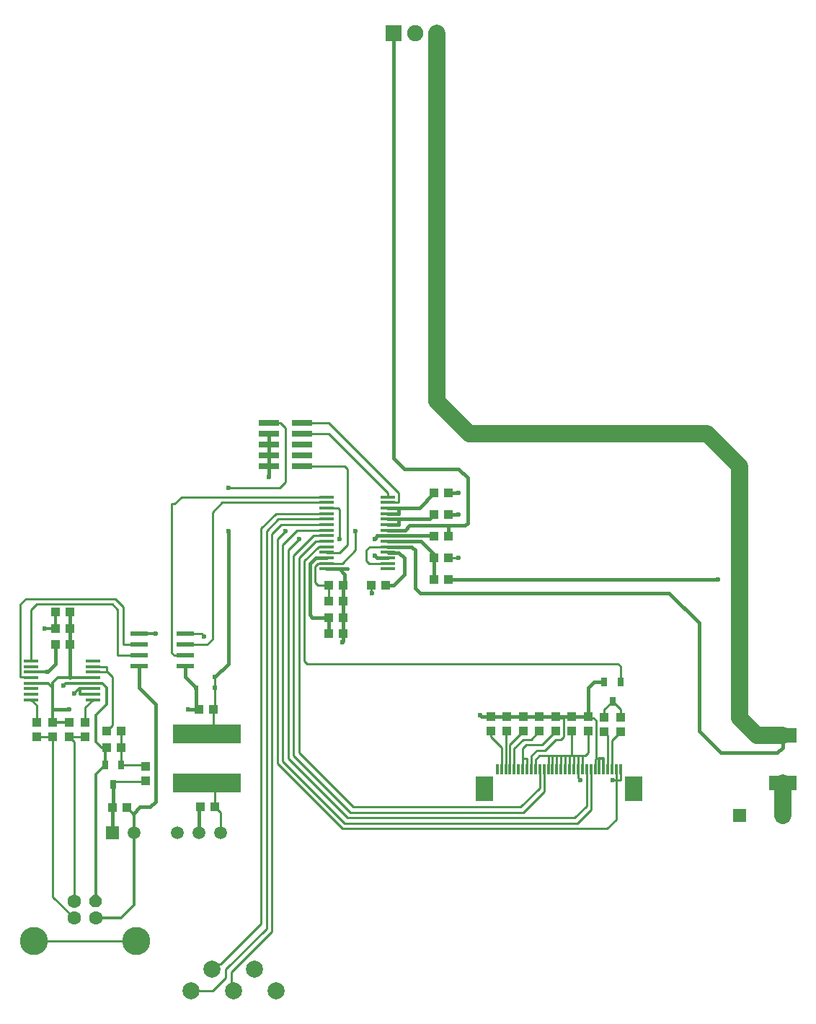
<source format=gtl>
G04 DipTrace 2.3.1.0*
%INreloadpro_Top.gtl*%
%MOIN*%
%ADD13C,0.014*%
%ADD14C,0.016*%
%ADD15C,0.01*%
%ADD16C,0.08*%
%ADD17C,0.0118*%
%ADD18C,0.0157*%
%ADD22R,0.0394X0.0433*%
%ADD23R,0.0433X0.0394*%
%ADD24R,0.0945X0.0299*%
%ADD26R,0.0236X0.0236*%
%ADD27R,0.0709X0.0157*%
%ADD28R,0.0787X0.0236*%
%ADD29C,0.063*%
%ADD30C,0.1299*%
%ADD31R,0.0591X0.0591*%
%ADD32R,0.315X0.0866*%
%ADD34R,0.0256X0.0413*%
%ADD35R,0.0748X0.0748*%
%ADD36C,0.0748*%
%ADD37R,0.126X0.0709*%
%ADD38R,0.0118X0.0492*%
%ADD39R,0.0787X0.1181*%
%ADD40C,0.0787*%
%ADD41C,0.0591*%
%ADD42C,0.0236*%
%FSLAX44Y44*%
G04*
G70*
G90*
G75*
G01*
%LNTop*%
%LPD*%
X8522Y19657D2*
D13*
X7907D1*
X7687Y19437D1*
X11437Y22187D2*
X10687D1*
X8522Y19657D2*
X7937D1*
Y19402D1*
X8522D1*
X5687Y20425D2*
X6437D1*
X6812Y21687D2*
D14*
Y20800D1*
X6437Y20425D1*
X14107Y18687D2*
D15*
Y17851D1*
X13815Y17559D1*
X14187Y19687D2*
Y18767D1*
X14107Y18687D1*
X13815Y17559D2*
X13065D1*
X29000Y15937D2*
Y16375D1*
X29187Y16562D1*
X29591D1*
X29787D1*
X29982D1*
X30181D1*
X30378D1*
X30575D1*
X30644D1*
X30772D1*
X30969D1*
X31165D1*
X31312D1*
X31437Y16687D1*
Y17687D1*
X30687D2*
Y16605D1*
X30644Y16562D1*
X29591Y15937D2*
Y16562D1*
X29787Y15937D2*
Y16562D1*
X30181Y15937D2*
Y16562D1*
X30378Y15937D2*
Y16562D1*
X30575Y15937D2*
Y16562D1*
X30772Y15937D2*
Y16562D1*
X30969Y15937D2*
Y16562D1*
X31165Y15937D2*
Y16562D1*
X12813Y22187D2*
X13562D1*
X13687Y22062D1*
X14187Y20187D2*
Y19687D1*
X19352Y25443D2*
X18943D1*
X18812Y25312D1*
Y24562D1*
X18937Y24437D1*
X19437D1*
Y23687D2*
Y24437D1*
X32937Y15937D2*
Y15687D1*
X32740D2*
Y15937D1*
X19352Y25443D2*
X20068D1*
X20687Y26062D1*
Y26937D1*
X17437D2*
X17062Y26562D1*
Y16187D1*
X20062Y13187D1*
X32312D1*
X32740Y13615D1*
Y15437D1*
Y15937D1*
X32937D2*
Y15437D1*
X32740D1*
X30969Y15937D2*
Y15531D1*
X31062Y15437D1*
X32562D2*
X32740D1*
X29984Y15937D2*
X29982Y16562D1*
X14812Y26937D2*
D14*
Y20812D1*
X14187Y20187D1*
X16669Y31919D2*
D15*
X17205D1*
X17437Y31687D1*
Y29187D1*
X17187Y28937D1*
X14812D1*
X32935Y19968D2*
Y20689D1*
X32812Y20812D1*
X18437D1*
X18312Y20937D1*
Y25562D1*
X18961Y26211D1*
X19352D1*
X24981Y24687D2*
D14*
X37437D1*
X24437Y49937D2*
D16*
Y32937D1*
X25937Y31437D1*
X36937D1*
X38437Y29937D1*
Y18312D1*
X39232Y17517D1*
X40437D1*
X40392Y17562D2*
D15*
X40437Y17517D1*
X22187Y26211D2*
X21336D1*
X21187Y26062D1*
Y25562D1*
X21312Y25437D1*
X22181D1*
X22187Y25443D1*
Y26211D2*
D14*
X23288D1*
X23437Y26062D1*
Y24312D1*
X23687Y24062D1*
X35187D1*
X36562Y22687D1*
Y17687D1*
X37562Y16687D1*
X40187D1*
X40437Y16937D1*
Y17517D1*
X29197Y15937D2*
D15*
Y15072D1*
X28312Y14187D1*
X20562D1*
X18062Y16687D1*
Y25687D1*
X18842Y26467D1*
X19352D1*
Y28002D2*
X19872D1*
X19937Y27937D1*
Y26562D1*
X18062D2*
X17562Y26062D1*
Y16437D1*
X20312Y13687D1*
X30812D1*
X31362Y14237D1*
Y15937D1*
X29394D2*
Y14894D1*
X28437Y13937D1*
X20437D1*
X17812Y16562D1*
Y25812D1*
X18722Y26722D1*
X19352D1*
X31559Y15937D2*
Y14059D1*
X30937Y13437D1*
X20187D1*
X17312Y16312D1*
Y26312D1*
X17978Y26978D1*
X19352D1*
X13449Y12992D2*
D14*
Y14118D1*
X13518Y14187D1*
X13321Y19687D2*
Y18803D1*
X13437Y18687D1*
X40437Y13812D2*
D16*
Y15312D1*
X28803Y15937D2*
D15*
Y16553D1*
X29062Y16812D1*
X29437D1*
X29937Y17312D1*
X30187D1*
X30312Y17437D1*
Y18312D1*
X29981D1*
X29937Y18356D1*
X31437D2*
D14*
X30687D1*
X29937D1*
X29187D1*
X28437D1*
X27687D1*
X26937D1*
X32187Y19968D2*
X31718D1*
X31437Y19687D1*
Y18356D1*
X32150Y15937D2*
D17*
Y16437D1*
X31953D1*
Y15937D1*
X20106Y22187D2*
D14*
Y22937D1*
Y23687D1*
Y24437D1*
X19352Y25187D2*
D18*
X19787D1*
D14*
X19937D1*
X20187Y24937D1*
Y24518D1*
X20106Y24437D1*
X16669Y31419D2*
Y30919D1*
Y30419D1*
Y29919D1*
X12937Y18687D2*
X13437D1*
X16669Y29919D2*
Y29437D1*
X19787Y25187D2*
X20312D1*
X12813Y20687D2*
Y20195D1*
X13321Y19687D1*
X31756Y15937D2*
D15*
Y16381D1*
X31812Y16437D1*
X31953D1*
Y15937D1*
X31812Y16437D2*
Y18187D1*
X31687Y18312D1*
X31481D1*
X31437Y18356D1*
X20106Y22187D2*
D14*
Y21856D1*
X20062Y21812D1*
X26937Y18356D2*
X26518D1*
X26437Y18437D1*
X24981Y25687D2*
D3*
X21393Y24437D2*
D15*
Y24106D1*
X21437Y24062D1*
X24981Y25687D2*
X25437D1*
X24981Y27687D2*
D14*
X25437D1*
X24981Y28687D2*
X25437D1*
X5937Y17437D2*
D15*
X6687D1*
Y10045D1*
X7677Y9055D1*
X8187Y17437D2*
X7437D1*
X7677Y9843D2*
Y17197D1*
X7437Y17437D1*
X5937Y18106D2*
Y18896D1*
X5687Y19146D1*
X8187Y18106D2*
Y18811D1*
X8522Y19146D1*
Y20425D2*
X9199D1*
X9437Y20187D1*
Y17980D1*
X9173Y17717D1*
X8522Y20681D2*
X9187D1*
Y20425D1*
X9843Y16142D2*
Y16929D1*
Y16142D2*
X10965D1*
Y16083D1*
X9843Y16929D2*
Y17717D1*
X9469Y15236D2*
D14*
Y14193D1*
X9449Y14173D1*
Y12992D2*
Y14173D1*
X10965Y15414D2*
D15*
Y15413D1*
X11024Y15354D1*
X9587D1*
X9469Y15236D1*
X14449Y12992D2*
Y13925D1*
X14187Y14187D1*
Y14943D1*
X13815Y15315D1*
X10687Y21687D2*
X9937D1*
Y23437D1*
X9562Y23812D1*
X5437D1*
X5187Y23562D1*
Y20187D1*
X5669D1*
X5687Y20169D1*
X10687Y21187D2*
X9687D1*
Y23312D1*
X9437Y23562D1*
X5937D1*
X5687Y23312D1*
Y20937D1*
X5799Y7988D2*
X10539D1*
X19352Y25699D2*
D14*
X18824D1*
X18562Y25437D1*
Y23062D1*
X18687Y22937D1*
X19437D1*
Y22187D2*
Y22937D1*
X24981Y26687D2*
Y27187D1*
X25731D1*
X25856Y27312D1*
Y29393D1*
X25437Y29812D1*
X22937D1*
X22437Y30312D1*
Y49937D1*
X22187Y26978D2*
X22978D1*
X23187Y27187D1*
X24981D1*
X22187Y26722D2*
X24277D1*
X24312Y26687D1*
X22187Y26722D2*
X21687D1*
Y26687D1*
X21562Y26562D1*
Y25812D2*
X21675Y25699D1*
X22187D1*
X22062Y24437D2*
X22437D1*
X22937Y24937D1*
Y25687D1*
X22687Y25937D1*
X22205D1*
X22187Y25955D1*
Y26467D2*
X23702D1*
X24312Y25856D1*
Y25687D1*
Y24687D2*
Y25687D1*
X22187Y27746D2*
X22687D1*
Y28002D1*
X22187D1*
X23627D1*
X24312Y28687D1*
X22187Y27234D2*
X22687D1*
Y27490D1*
X22187D1*
X24115D1*
X24312Y27687D1*
X32346Y15937D2*
D15*
Y17515D1*
X32187Y17674D1*
X32543Y15937D2*
Y17280D1*
X32937Y17674D1*
X32187Y18343D2*
Y18688D1*
X32561Y19062D1*
X32937Y18343D2*
Y18686D1*
X32561Y19062D1*
X27425Y15937D2*
Y16949D1*
X26937Y17437D1*
Y17687D1*
X27622Y15937D2*
Y17622D1*
X27687Y17687D1*
X27819Y15937D2*
Y17069D1*
X28437Y17687D1*
X28016Y15937D2*
Y16891D1*
X28437Y17312D1*
X28812D1*
X29187Y17687D1*
X28409Y15937D2*
Y16437D1*
X28606D1*
Y15937D1*
X28409D2*
Y16909D1*
X28562Y17062D1*
X29312D1*
X29937Y17687D1*
X22187Y28258D2*
X22687D1*
Y28687D1*
X19455Y31919D1*
X18205D1*
Y31419D2*
X19455D1*
X22187Y28687D1*
Y28514D1*
X12812Y5937D2*
X13062Y5687D1*
X19352Y27490D2*
X17115D1*
X16562Y26937D1*
Y8562D1*
X14687Y6687D1*
Y6312D1*
X14062Y5687D1*
X13062D1*
X19352Y27234D2*
X17234D1*
X16812Y26812D1*
Y8437D1*
X14937Y6562D1*
Y5594D1*
X15031Y5687D1*
X19352Y27746D2*
X16996D1*
X16312Y27062D1*
Y8812D1*
X14437Y6937D1*
X14062D1*
Y6695D1*
X14046Y6711D1*
X19352Y28514D2*
X12639D1*
X12312Y28187D1*
X12187D1*
Y21312D1*
X12312Y21187D1*
X12813D1*
X19352Y28258D2*
X14508D1*
X14062Y27812D1*
Y21937D1*
X13812Y21687D1*
X12813D1*
X8661Y9843D2*
D13*
Y15709D1*
X9094Y16142D1*
Y16850D1*
X9173Y16929D1*
X8522Y19913D2*
X8961D1*
X9187Y19687D1*
Y18937D1*
X8687Y18437D1*
Y17187D1*
X8937Y16937D1*
X9165D1*
X9173Y16929D1*
X6812Y23187D2*
Y22437D1*
X8522Y19913D2*
X7288D1*
X7187Y19812D1*
X6312Y22437D2*
X6812D1*
X10449Y12992D2*
Y9661D1*
X9843Y9055D1*
X8661D1*
X10449Y12992D2*
Y13843D1*
X10412Y13879D1*
X10118Y14173D1*
X6687Y18106D2*
X7437D1*
X5687Y19913D2*
X6461D1*
X6687Y19687D1*
Y18687D1*
Y18106D1*
Y19687D2*
Y19937D1*
X6919Y20169D1*
X7481D1*
X8522D1*
X7437Y18687D2*
D14*
X6687D1*
X7481Y23187D2*
Y22437D1*
Y21687D1*
Y20169D1*
X10687Y20687D2*
Y19687D1*
X11437Y18937D1*
Y14437D1*
X11187Y14187D1*
X10721D1*
X10412Y13879D1*
X19352Y25955D2*
D15*
Y25937D1*
X19937D1*
X20312Y26312D1*
Y29812D1*
X20187Y29937D1*
X18222D1*
X18205Y29919D1*
D42*
X7687Y19437D3*
X11437Y22187D3*
X6437Y20425D3*
X7687Y19437D3*
X13687Y22062D3*
X14187Y20187D3*
X20687Y26937D3*
X17437D3*
X31062Y15437D3*
X32562D3*
X14812Y26937D3*
X14187Y20187D3*
X14812Y28937D3*
X37437Y24687D3*
X19937Y26562D3*
X18062D3*
X12937Y18687D3*
X16669Y29437D3*
X12937Y18687D3*
X20062Y21812D3*
X26437Y18437D3*
X21437Y24062D3*
X25437Y25687D3*
Y27687D3*
Y25687D3*
Y28687D3*
Y27687D3*
X21562Y26562D3*
Y25812D3*
X7187Y19812D3*
X6312Y22437D3*
X7437Y18687D3*
D22*
Y17437D3*
Y18106D3*
X6687Y17437D3*
Y18106D3*
D23*
X6812Y23187D3*
X7481D3*
X6812Y22437D3*
X7481D3*
X6812Y21687D3*
X7481D3*
D22*
X10965Y16083D3*
Y15414D3*
D23*
X9449Y14173D3*
X10118D3*
X14107Y18687D3*
X13437D3*
X19437Y24437D3*
X20106D3*
X19437Y23687D3*
X20106D3*
X19437Y22937D3*
X20106D3*
X19437Y22187D3*
X20106D3*
X14187Y14187D3*
X13518D3*
X22062Y24437D3*
X21393D3*
D22*
X26937Y17687D3*
Y18356D3*
X27687Y17687D3*
Y18356D3*
X28437Y17687D3*
Y18356D3*
X29187Y17687D3*
Y18356D3*
X29937Y17687D3*
Y18356D3*
X30687Y17687D3*
Y18356D3*
X31437Y17687D3*
Y18356D3*
D24*
X16669Y31919D3*
Y31419D3*
Y30919D3*
Y30419D3*
Y29919D3*
X18205D3*
Y30419D3*
Y30919D3*
Y31419D3*
Y31919D3*
D26*
X14187Y19687D3*
X13321D3*
D27*
X5687Y20937D3*
Y20681D3*
Y20425D3*
Y20169D3*
Y19913D3*
Y19657D3*
Y19402D3*
Y19146D3*
X8522D3*
Y19402D3*
Y19657D3*
Y19913D3*
Y20169D3*
Y20425D3*
Y20681D3*
Y20937D3*
D28*
X10687Y22187D3*
Y21687D3*
Y21187D3*
Y20687D3*
X12813D3*
Y21187D3*
Y21687D3*
Y22187D3*
G36*
X8782Y9552D2*
X8541D1*
X8370Y9722D1*
Y9963D1*
X8541Y10134D1*
X8782D1*
X8952Y9963D1*
Y9722D1*
X8782Y9552D1*
G37*
D29*
X7677Y9843D3*
Y9055D3*
X8661D3*
D30*
X5799Y7988D3*
X10539D3*
D31*
X38437Y13812D3*
X40437D3*
D32*
X13815Y15315D3*
Y17559D3*
D34*
X9843Y16142D3*
X9094D3*
X9469Y15236D3*
D35*
X22437Y49937D3*
D36*
X23437D3*
X24437D3*
D34*
X32935Y19968D3*
X32187D3*
X32561Y19062D3*
D22*
X5937Y17437D3*
Y18106D3*
X8187Y17437D3*
Y18106D3*
D23*
X9843Y17717D3*
X9173D3*
X9843Y16929D3*
X9173D3*
D37*
X40437Y15312D3*
Y17517D3*
D23*
X24312Y26687D3*
X24981D3*
X24312Y24687D3*
X24981D3*
Y25687D3*
X24312D3*
X24981Y28687D3*
X24312D3*
X24981Y27687D3*
X24312D3*
D22*
X32937Y18343D3*
Y17674D3*
X32187Y18343D3*
Y17674D3*
D27*
X22187Y25187D3*
Y25443D3*
Y25699D3*
Y25955D3*
Y26211D3*
Y26467D3*
Y26722D3*
Y26978D3*
Y27234D3*
Y27490D3*
Y27746D3*
Y28002D3*
Y28258D3*
Y28514D3*
X19352D3*
Y28258D3*
Y28002D3*
Y27746D3*
Y27490D3*
Y27234D3*
Y26978D3*
Y26722D3*
Y26467D3*
Y26211D3*
Y25955D3*
Y25699D3*
Y25443D3*
Y25187D3*
D38*
X32937Y15937D3*
X32740D3*
X32543D3*
X32346D3*
X32150D3*
X31953D3*
X31756D3*
X31559D3*
X31362D3*
X31165D3*
X30969D3*
X30772D3*
X30575D3*
X30378D3*
X30181D3*
X29984D3*
X29787D3*
X29591D3*
X29394D3*
X29197D3*
X29000D3*
X28803D3*
X28606D3*
X28409D3*
X28213D3*
X28016D3*
X27819D3*
X27622D3*
X27425D3*
X27228D3*
D39*
X33543Y15022D3*
X26622D3*
D40*
X13062Y5687D3*
X14046Y6711D3*
X15031Y5687D3*
X16015Y6711D3*
X16999Y5687D3*
D31*
X9449Y12992D3*
D41*
X10449D3*
X12449D3*
X13449D3*
X14449D3*
M02*

</source>
